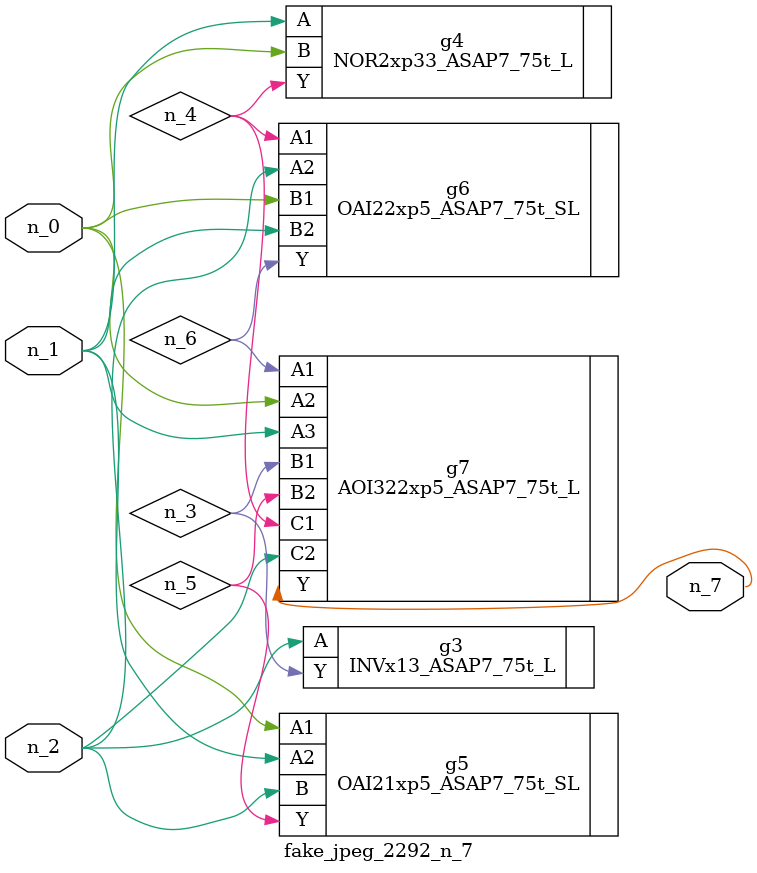
<source format=v>
module fake_jpeg_2292_n_7 (n_0, n_2, n_1, n_7);

input n_0;
input n_2;
input n_1;

output n_7;

wire n_3;
wire n_4;
wire n_6;
wire n_5;

INVx13_ASAP7_75t_L g3 ( 
.A(n_2),
.Y(n_3)
);

NOR2xp33_ASAP7_75t_L g4 ( 
.A(n_1),
.B(n_0),
.Y(n_4)
);

OAI21xp5_ASAP7_75t_SL g5 ( 
.A1(n_0),
.A2(n_1),
.B(n_2),
.Y(n_5)
);

OAI22xp5_ASAP7_75t_SL g6 ( 
.A1(n_4),
.A2(n_2),
.B1(n_0),
.B2(n_1),
.Y(n_6)
);

AOI322xp5_ASAP7_75t_L g7 ( 
.A1(n_6),
.A2(n_0),
.A3(n_1),
.B1(n_3),
.B2(n_5),
.C1(n_4),
.C2(n_2),
.Y(n_7)
);


endmodule
</source>
